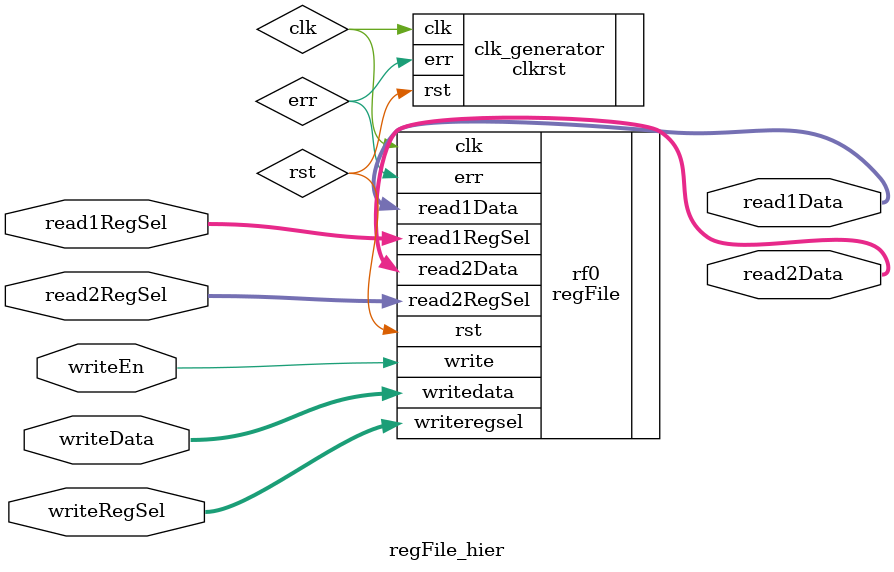
<source format=v>
/*
   CS/ECE 552, Fall '22
   Homework #3, Problem #1

   Wrapper module around 8x16b register file.

   YOU SHALL NOT EDIT THIS FILE. ANY CHANGES TO THIS FILE WILL
   RESULT IN ZERO FOR THIS PROBLEM.
*/
module regFile_hier (
                     // Outputs
                     read1Data, read2Data,
                     // Inputs
                     read1RegSel, read2RegSel, writeRegSel, writeData, writeEn
                     );

   input [2:0]  read1RegSel;
   input [2:0]  read2RegSel;
   input [2:0]  writeRegSel;
   input [15:0] writeData;
   input        writeEn;

   output [15:0] read1Data;
   output [15:0] read2Data;

   wire          clk, rst;
   wire          err;

   // Ignore err for now
   clkrst clk_generator(.clk(clk), .rst(rst), .err(err) );
   regFile rf0 (
                // Outputs
                .read1Data                    (read1Data[15:0]),
                .read2Data                    (read2Data[15:0]),
                .err                          (err),
                // Inputs
                .clk                          (clk),
                .rst                          (rst),
                .read1RegSel                  (read1RegSel[2:0]),
                .read2RegSel                  (read2RegSel[2:0]),
                .writeregsel                  (writeRegSel[2:0]),
                .writedata                    (writeData[15:0]),
                .write                      (writeEn));

endmodule
</source>
